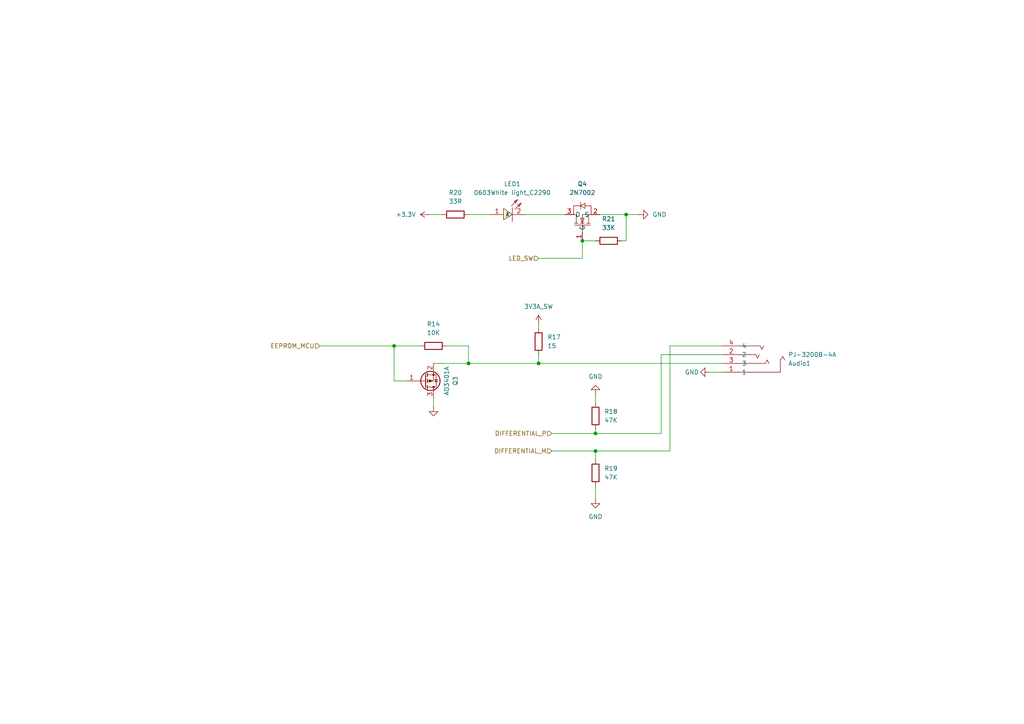
<source format=kicad_sch>
(kicad_sch (version 20231120) (generator "eeschema") (generator_version "8.0")
  (paper "A4")
  (lib_symbols
    (symbol "Device:R" (pin_numbers hide) (pin_names (offset 0))
      (property "Reference" "R" (at 2.032 0 90))
      (property "Value" "R" (at 0 0 90))
      (symbol "R_0_1"
        (rectangle (start -1.016 -2.54) (end 1.016 2.54) (stroke (width 0.254)))
      )
      (symbol "R_1_1"
        (pin passive line (at 0 3.81 270) (length 1.27) (name "~") (number "1"))
        (pin passive line (at 0 -3.81 90) (length 1.27) (name "~") (number "2"))
      )
    )
    (symbol "Rocketry_Easyeda:0603Whitelight_C2290"
      (property "Reference" "LED" (at 0 3.81 0))
      (property "Value" "0603White light_C2290" (at 0 -6.35 0))
      (symbol "0603Whitelight_C2290_0_1"
        (polyline (pts (xy 1.02 1.27) (xy 2.79 3.05)))
        (polyline (pts (xy 1.27 0.76) (xy 1.27 -3.3)))
        (polyline (pts (xy 2.03 0.25) (xy 3.81 2.03)))
        (polyline (pts (xy -1.27 -2.79) (xy 1.27 -1.27) (xy -1.27 0.51) (xy -1.27 -2.79)) (fill (type background)))
        (polyline (pts (xy 2.79 3.05) (xy 1.78 2.54) (xy 2.29 2.03) (xy 2.79 3.05)) (fill (type background)))
        (polyline (pts (xy 3.81 2.03) (xy 2.79 1.52) (xy 3.3 1.02) (xy 3.81 2.03)) (fill (type background)))
        (pin unspecified line (at -5.08 -1.27 0) (length 3.81) (name "A") (number "1"))
        (pin unspecified line (at 5.08 -1.27 180) (length 3.81) (name "K") (number "2"))
      )
    )
    (symbol "Rocketry_Easyeda:2N7002"
      (property "Reference" "Q" (at 0 10.16 0))
      (property "Value" "2N7002" (at 0 -10.16 0))
      (symbol "2N7002_0_1"
        (polyline (pts (xy -2.54 0) (xy -0.51 0)))
        (polyline (pts (xy -0.51 2.29) (xy -0.51 -2.29)))
        (polyline (pts (xy 0 -2.29) (xy 0 -1.27)))
        (polyline (pts (xy 0 -0.51) (xy 0 0.51)))
        (polyline (pts (xy 0 2.29) (xy 0 1.27)))
        (polyline (pts (xy 2.54 -1.78) (xy 0 -1.78)))
        (polyline (pts (xy 0 0) (xy 1.52 -0.51) (xy 1.52 0.51) (xy 0 0)) (fill (type background)))
        (polyline (pts (xy 5.08 0.51) (xy 4.32 -0.76) (xy 5.84 -0.76) (xy 5.08 0.51)) (fill (type background)))
        (polyline (pts (xy 6.1 0.51) (xy 5.59 0.51) (xy 4.57 0.51) (xy 4.06 0.51)))
        (polyline (pts (xy 0 0) (xy 2.54 0) (xy 2.54 -2.54) (xy 5.08 -2.54) (xy 5.08 -0.76)))
        (polyline (pts (xy 0 1.78) (xy 2.54 1.78) (xy 2.54 2.54) (xy 5.08 2.54) (xy 5.08 0.51)))
        (pin unspecified line (at -5.08 0 0) (length 2.54) (name "G") (number "1"))
        (pin unspecified line (at 2.54 -5.08 90) (length 2.54) (name "S") (number "2"))
        (pin unspecified line (at 2.54 5.08 270) (length 2.54) (name "D") (number "3"))
      )
    )
    (symbol "Rocketry_Easyeda:PJ-3200B-4A"
      (property "Reference" "Audio" (at 0 7.62 0))
      (property "Value" "PJ-3200B-4A" (at 0 -10.16 0))
      (symbol "PJ-3200B-4A_0_1"
        (polyline (pts (xy 3.81 -5.08) (xy -2.03 -5.08) (xy -2.54 -4.06) (xy -3.05 -5.08)))
        (polyline (pts (xy 3.81 -2.54) (xy -0.76 -2.54) (xy -1.27 -1.52) (xy -1.78 -2.54)))
        (polyline (pts (xy 3.81 0) (xy -3.56 0) (xy -4.06 -1.02) (xy -4.57 0)))
        (polyline (pts (xy 3.81 2.54) (xy -7.87 2.54) (xy -7.87 -1.02) (xy -8.64 -2.03) (xy -9.14 -1.02)))
        (pin unspecified line (at 8.89 2.54 180) (length 5.08) (name "1") (number "1"))
        (pin unspecified line (at 8.89 -2.54 180) (length 5.08) (name "2") (number "2"))
        (pin unspecified line (at 8.89 0 180) (length 5.08) (name "3") (number "3"))
        (pin unspecified line (at 8.89 -5.08 180) (length 5.08) (name "4") (number "4"))
      )
    )
    (symbol "Transistor_FET:AO3401A" (pin_names hide)
      (property "Reference" "Q" (at 5.08 1.905 0))
      (property "Value" "AO3401A" (at 5.08 0 0))
      (symbol "AO3401A_0_1"
        (polyline (pts (xy 0.254 0) (xy -2.54 0)))
        (polyline (pts (xy 0.254 1.905) (xy 0.254 -1.905)) (stroke (width 0.254)))
        (polyline (pts (xy 0.762 -1.27) (xy 0.762 -2.286)) (stroke (width 0.254)))
        (polyline (pts (xy 0.762 0.508) (xy 0.762 -0.508)) (stroke (width 0.254)))
        (polyline (pts (xy 0.762 2.286) (xy 0.762 1.27)) (stroke (width 0.254)))
        (polyline (pts (xy 2.54 2.54) (xy 2.54 1.778)))
        (polyline (pts (xy 2.54 -2.54) (xy 2.54 0) (xy 0.762 0)))
        (polyline (pts (xy 0.762 1.778) (xy 3.302 1.778) (xy 3.302 -1.778) (xy 0.762 -1.778)))
        (polyline (pts (xy 2.286 0) (xy 1.27 0.381) (xy 1.27 -0.381) (xy 2.286 0)) (fill (type outline)))
        (polyline (pts (xy 2.794 -0.508) (xy 2.921 -0.381) (xy 3.683 -0.381) (xy 3.81 -0.254)))
        (polyline (pts (xy 3.302 -0.381) (xy 2.921 0.254) (xy 3.683 0.254) (xy 3.302 -0.381)))
        (circle (center 1.651 0) (radius 2.794) (stroke (width 0.254)))
        (circle (center 2.54 -1.778) (radius 0.254) (fill (type outline)))
        (circle (center 2.54 1.778) (radius 0.254) (fill (type outline)))
      )
      (symbol "AO3401A_1_1"
        (pin input line (at -5.08 0 0) (length 2.54) (name "G") (number "1"))
        (pin passive line (at 2.54 -5.08 90) (length 2.54) (name "S") (number "2"))
        (pin passive line (at 2.54 5.08 270) (length 2.54) (name "D") (number "3"))
      )
    )
    (symbol "power:+3.3V" (power) (pin_numbers hide) (pin_names (offset 0) hide)
      (property "Value" "+3.3V" (at 0 3.556 0))
      (symbol "+3.3V_0_1"
        (polyline (pts (xy -0.762 1.27) (xy 0 2.54)))
        (polyline (pts (xy 0 0) (xy 0 2.54)))
        (polyline (pts (xy 0 2.54) (xy 0.762 1.27)))
      )
      (symbol "+3.3V_1_1"
        (pin power_in line (at 0 0 90) (length 0) (name "~") (number "1"))
      )
    )
    (symbol "power:+3.3VA" (power) (pin_numbers hide) (pin_names (offset 0) hide)
      (property "Value" "+3.3VA" (at 0 3.556 0))
      (symbol "+3.3VA_0_1"
        (polyline (pts (xy -0.762 1.27) (xy 0 2.54)))
        (polyline (pts (xy 0 0) (xy 0 2.54)))
        (polyline (pts (xy 0 2.54) (xy 0.762 1.27)))
      )
      (symbol "+3.3VA_1_1"
        (pin power_in line (at 0 0 90) (length 0) (name "~") (number "1"))
      )
    )
    (symbol "power:GND" (power) (pin_numbers hide) (pin_names (offset 0) hide)
      (property "Value" "GND" (at 0 -3.81 0))
      (symbol "GND_0_1"
        (polyline (pts (xy 0 0) (xy 0 -1.27) (xy 1.27 -1.27) (xy 0 -2.54) (xy -1.27 -1.27) (xy 0 -1.27)))
      )
      (symbol "GND_1_1"
        (pin power_in line (at 0 0 270) (length 0) (name "~") (number "1"))
      )
    )
  )
  (junction (at 135.89 105.41))
  (junction (at 172.72 125.73))
  (junction (at 168.91 69.85))
  (junction (at 172.72 130.81))
  (junction (at 114.3 100.33))
  (junction (at 181.61 62.23))
  (junction (at 156.21 105.41))
  (wire (pts (xy 160.02 130.81) (xy 172.72 130.81)))
  (wire (pts (xy 172.72 114.3) (xy 172.72 116.84)))
  (wire (pts (xy 180.34 69.85) (xy 181.61 69.85)))
  (wire (pts (xy 172.72 130.81) (xy 172.72 133.35)))
  (wire (pts (xy 156.21 74.93) (xy 168.91 74.93)))
  (wire (pts (xy 172.72 130.81) (xy 194.31 130.81)))
  (wire (pts (xy 135.89 62.23) (xy 142.24 62.23)))
  (wire (pts (xy 121.92 100.33) (xy 114.3 100.33)))
  (wire (pts (xy 135.89 100.33) (xy 135.89 105.41)))
  (wire (pts (xy 135.89 100.33) (xy 129.54 100.33)))
  (wire (pts (xy 125.73 115.57) (xy 125.73 118.11)))
  (wire (pts (xy 168.91 69.85) (xy 172.72 69.85)))
  (wire (pts (xy 168.91 74.93) (xy 168.91 69.85)))
  (wire (pts (xy 191.77 102.87) (xy 209.55 102.87)))
  (wire (pts (xy 172.72 140.97) (xy 172.72 144.78)))
  (wire (pts (xy 194.31 100.33) (xy 209.55 100.33)))
  (wire (pts (xy 181.61 62.23) (xy 185.42 62.23)))
  (wire (pts (xy 118.11 110.49) (xy 114.3 110.49)))
  (wire (pts (xy 135.89 105.41) (xy 156.21 105.41)))
  (wire (pts (xy 191.77 102.87) (xy 191.77 125.73)))
  (wire (pts (xy 172.72 125.73) (xy 191.77 125.73)))
  (wire (pts (xy 124.46 62.23) (xy 128.27 62.23)))
  (wire (pts (xy 156.21 105.41) (xy 209.55 105.41)))
  (wire (pts (xy 194.31 100.33) (xy 194.31 130.81)))
  (wire (pts (xy 125.73 105.41) (xy 135.89 105.41)))
  (wire (pts (xy 152.4 62.23) (xy 163.83 62.23)))
  (wire (pts (xy 172.72 124.46) (xy 172.72 125.73)))
  (wire (pts (xy 92.71 100.33) (xy 114.3 100.33)))
  (wire (pts (xy 160.02 125.73) (xy 172.72 125.73)))
  (wire (pts (xy 181.61 69.85) (xy 181.61 62.23)))
  (wire (pts (xy 156.21 93.98) (xy 156.21 95.25)))
  (wire (pts (xy 173.99 62.23) (xy 181.61 62.23)))
  (wire (pts (xy 156.21 102.87) (xy 156.21 105.41)))
  (wire (pts (xy 114.3 100.33) (xy 114.3 110.49)))
  (wire (pts (xy 205.74 107.95) (xy 209.55 107.95)))
  (hierarchical_label "DIFFERENTIAL_M" (shape input) (at 160.02 130.81 180))
  (hierarchical_label "LED_SW" (shape input) (at 156.21 74.93 180))
  (hierarchical_label "EEPROM_MCU" (shape input) (at 92.71 100.33 180))
  (hierarchical_label "DIFFERENTIAL_P" (shape input) (at 160.02 125.73 180))
  (symbol (lib_id "Transistor_FET:AO3401A") (at 123.19 110.49 0) (mirror x) (unit 1)
    (property "Reference" "Q3" (at 132.08 110.49 90))
    (property "Value" "AO3401A" (at 129.54 110.49 90))
    (property "Footprint" "Package_TO_SOT_SMD:SOT-23" (effects (hide yes)))
    (property "Datasheet" "http://www.aosmd.com/pdfs/datasheet/AO3401A.pdf" (effects (hide yes)))
    (property "Description" "-4.0A Id, -30V Vds, P-Channel MOSFET, SOT-23" (effects (hide yes)))
  )
  (symbol (lib_id "power:GND") (at 125.73 118.11 0) (mirror y) (unit 1)
    (property "Reference" "#PWR05" (effects (hide yes)))
    (property "Value" "GND" (effects (hide yes)))
    (property "Description" "Power symbol creates a global label with name \"GND\" , ground" (effects (hide yes)))
  )
  (symbol (lib_id "Device:R") (at 156.21 99.06 0) (mirror y) (unit 1)
    (property "Reference" "R17" (at 158.75 97.7899 0) (effects (justify right)))
    (property "Value" "15" (at 158.75 100.3299 0) (effects (justify right)))
    (property "Description" "Resistor" (effects (hide yes)))
  )
  (symbol (lib_id "Rocketry_Easyeda:0603Whitelight_C2290") (at 147.32 60.96 0) (unit 1)
    (property "Reference" "LED1" (at 148.59 53.34 0))
    (property "Value" "0603White light_C2290" (at 148.59 55.88 0))
    (property "Footprint" "Rocketry_Easyeda:LED0603-R-RD_WHITE" (effects (hide yes)))
    (property "Datasheet" "https://lcsc.com/product-detail/Light-Emitting-Diodes-LED_0603White-light_C2290.html" (effects (hide yes)))
    (property "LCSC Part" "C2290" (effects (hide yes)))
  )
  (symbol (lib_id "Device:R") (at 132.08 62.23 90) (unit 1)
    (property "Reference" "R20" (at 132.08 55.88 90))
    (property "Value" "33R" (at 132.08 58.42 90))
    (property "Footprint" "Resistor_SMD:R_0402_1005Metric" (effects (hide yes)))
    (property "Description" "Resistor" (effects (hide yes)))
  )
  (symbol (lib_id "Device:R") (at 172.72 120.65 0) (mirror y) (unit 1)
    (property "Reference" "R18" (at 175.26 119.3799 0) (effects (justify right)))
    (property "Value" "47K" (at 175.26 121.9199 0) (effects (justify right)))
    (property "Description" "Resistor" (effects (hide yes)))
  )
  (symbol (lib_id "power:GND") (at 205.74 107.95 270) (mirror x) (unit 1)
    (property "Reference" "#PWR060" (effects (hide yes)))
    (property "Value" "GND" (at 200.66 107.95 90))
    (property "Description" "Power symbol creates a global label with name \"GND\" , ground" (effects (hide yes)))
  )
  (symbol (lib_id "power:GND") (at 172.72 114.3 180) (unit 1)
    (property "Reference" "#PWR058" (effects (hide yes)))
    (property "Value" "GND" (at 172.72 109.22 0))
    (property "Description" "Power symbol creates a global label with name \"GND\" , ground" (effects (hide yes)))
  )
  (symbol (lib_id "Rocketry_Easyeda:2N7002") (at 168.91 64.77 90) (unit 1)
    (property "Reference" "Q4" (at 168.91 53.34 90))
    (property "Value" "2N7002" (at 168.91 55.88 90))
    (property "Footprint" "Rocketry_Easyeda:SOT-23-3_L2.9-W1.3-P1.90-LS2.4-BR" (effects (hide yes)))
    (property "Datasheet" "https://lcsc.com/product-detail/MOSFET_2N7002-7002_C8545.html" (effects (hide yes)))
    (property "LCSC Part" "C8545" (effects (hide yes)))
  )
  (symbol (lib_id "Device:R") (at 125.73 100.33 270) (mirror x) (unit 1)
    (property "Reference" "R14" (at 125.73 93.98 90))
    (property "Value" "10K" (at 125.73 96.52 90))
    (property "Description" "Resistor" (effects (hide yes)))
  )
  (symbol (lib_id "power:+3.3VA") (at 156.21 93.98 0) (unit 1)
    (property "Reference" "#PWR049" (effects (hide yes)))
    (property "Value" "3V3A_SW" (at 156.21 88.9 0))
    (property "Description" "Power symbol creates a global label with name \"+3.3VA\"" (effects (hide yes)))
  )
  (symbol (lib_id "power:GND") (at 172.72 144.78 0) (unit 1)
    (property "Reference" "#PWR059" (effects (hide yes)))
    (property "Value" "GND" (at 172.72 149.86 0))
    (property "Description" "Power symbol creates a global label with name \"GND\" , ground" (effects (hide yes)))
  )
  (symbol (lib_id "power:GND") (at 185.42 62.23 90) (unit 1)
    (property "Reference" "#PWR061" (effects (hide yes)))
    (property "Value" "GND" (at 189.23 62.2299 90) (effects (justify right)))
    (property "Description" "Power symbol creates a global label with name \"GND\" , ground" (effects (hide yes)))
  )
  (symbol (lib_id "Rocketry_Easyeda:PJ-3200B-4A") (at 218.44 105.41 180) (unit 1)
    (property "Reference" "Audio1" (at 228.6 105.4101 0) (effects (justify right)))
    (property "Value" "PJ-3200B-4A" (at 228.6 102.8701 0) (effects (justify right)))
    (property "Footprint" "Rocketry_Easyeda:AUDIO-TH_PJ-3200B-4A" (effects (hide yes)))
    (property "Datasheet" "https://lcsc.com/product-detail/Audio-Connectors_PJ-3200B-4A_C136687.html" (effects (hide yes)))
    (property "LCSC Part" "C136687" (effects (hide yes)))
  )
  (symbol (lib_id "Device:R") (at 172.72 137.16 0) (mirror y) (unit 1)
    (property "Reference" "R19" (at 175.26 135.8899 0) (effects (justify right)))
    (property "Value" "47K" (at 175.26 138.4299 0) (effects (justify right)))
    (property "Description" "Resistor" (effects (hide yes)))
  )
  (symbol (lib_id "power:+3.3V") (at 124.46 62.23 90) (unit 1)
    (property "Reference" "#PWR057" (effects (hide yes)))
    (property "Value" "+3.3V" (at 120.65 62.2299 90) (effects (justify left)))
    (property "Description" "Power symbol creates a global label with name \"+3.3V\"" (effects (hide yes)))
  )
  (symbol (lib_id "Device:R") (at 176.53 69.85 90) (unit 1)
    (property "Reference" "R21" (at 176.53 63.5 90))
    (property "Value" "33K" (at 176.53 66.04 90))
    (property "Footprint" "Resistor_SMD:R_0402_1005Metric" (effects (hide yes)))
    (property "Description" "Resistor" (effects (hide yes)))
  )
)
</source>
